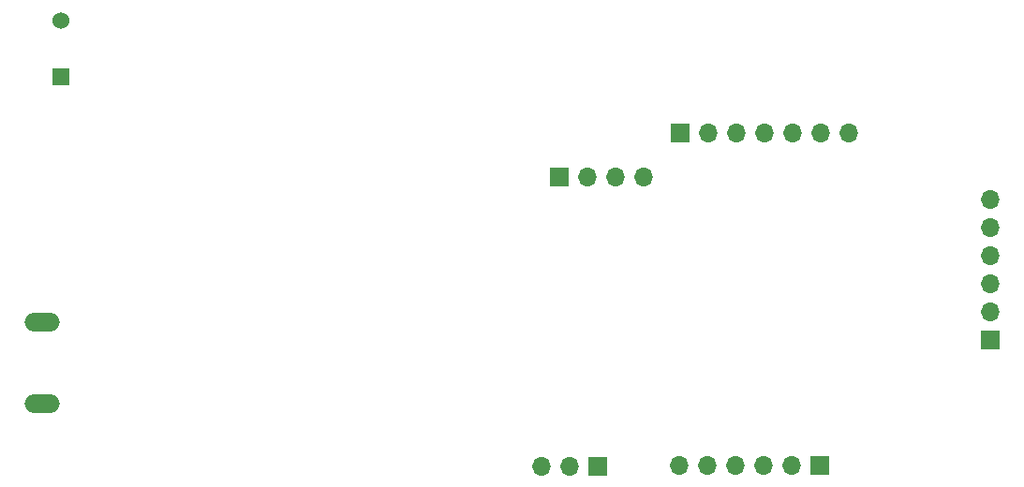
<source format=gbr>
%TF.GenerationSoftware,KiCad,Pcbnew,8.0.7*%
%TF.CreationDate,2025-02-09T15:31:53-05:00*%
%TF.ProjectId,ATTiny_416_Sensor_Board,41545469-6e79-45f3-9431-365f53656e73,rev?*%
%TF.SameCoordinates,Original*%
%TF.FileFunction,Soldermask,Bot*%
%TF.FilePolarity,Negative*%
%FSLAX46Y46*%
G04 Gerber Fmt 4.6, Leading zero omitted, Abs format (unit mm)*
G04 Created by KiCad (PCBNEW 8.0.7) date 2025-02-09 15:31:53*
%MOMM*%
%LPD*%
G01*
G04 APERTURE LIST*
%ADD10O,3.184000X1.694000*%
%ADD11R,1.700000X1.700000*%
%ADD12O,1.700000X1.700000*%
%ADD13R,1.524000X1.524000*%
%ADD14C,1.524000*%
G04 APERTURE END LIST*
D10*
%TO.C,J2*%
X114042500Y-103624500D03*
X114042500Y-110924500D03*
%TD*%
D11*
%TO.C,J5*%
X164250000Y-116599500D03*
D12*
X161710000Y-116599500D03*
X159170000Y-116599500D03*
%TD*%
D11*
%TO.C,J3*%
X171725000Y-86474500D03*
D12*
X174265000Y-86474500D03*
X176805000Y-86474500D03*
X179345000Y-86474500D03*
X181885000Y-86474500D03*
X184425000Y-86474500D03*
X186965000Y-86474500D03*
%TD*%
D11*
%TO.C,J1*%
X160805000Y-90474500D03*
D12*
X163345000Y-90474500D03*
X165885000Y-90474500D03*
X168425000Y-90474500D03*
%TD*%
D13*
%TO.C,J4*%
X115725000Y-81374500D03*
D14*
X115725000Y-76294500D03*
%TD*%
D11*
%TO.C,J6*%
X199725000Y-105194500D03*
D12*
X199725000Y-102654500D03*
X199725000Y-100114500D03*
X199725000Y-97574500D03*
X199725000Y-95034500D03*
X199725000Y-92494500D03*
%TD*%
D11*
%TO.C,J7*%
X184345000Y-116574500D03*
D12*
X181805000Y-116574500D03*
X179265000Y-116574500D03*
X176725000Y-116574500D03*
X174185000Y-116574500D03*
X171645000Y-116574500D03*
%TD*%
M02*

</source>
